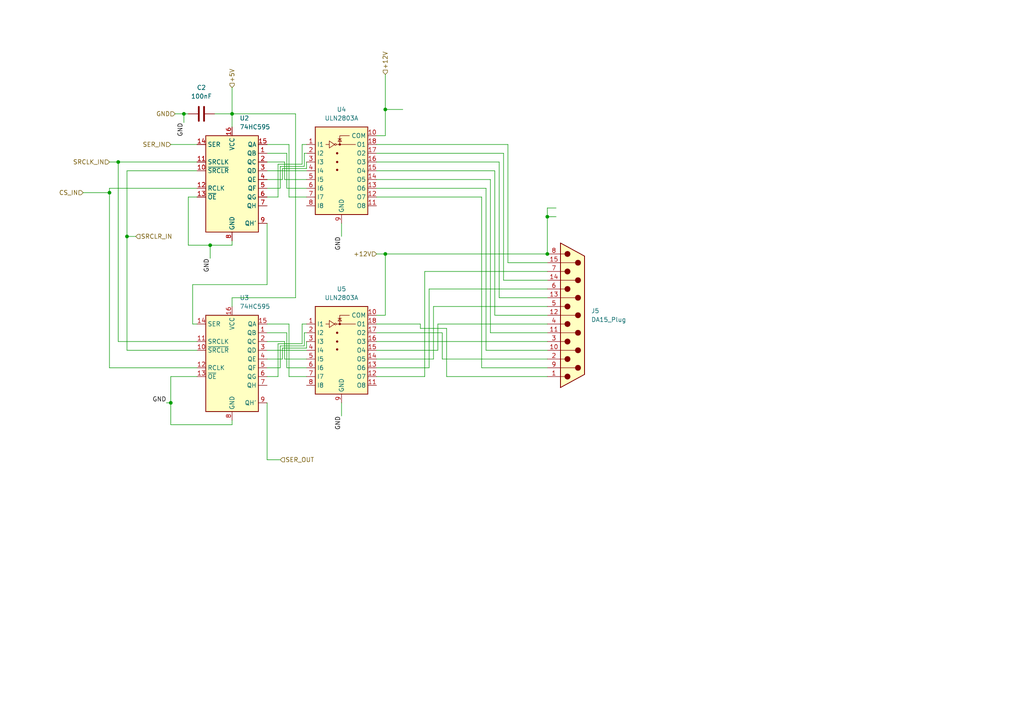
<source format=kicad_sch>
(kicad_sch (version 20230121) (generator eeschema)
  (paper "A4")
  (lib_symbols
    (symbol "74xx:74HC595"
      (property "Reference" "U" (at -7.62 13.97 0))
      (property "Value" "74HC595" (at -7.62 -16.51 0))
      (symbol "74HC595_1_0"
        (pin tri_state line (at 10.16 7.62 180) (length 2.54) (name "QB") (number "1"))
        (pin input line (at -10.16 2.54 0) (length 2.54) (name "~{SRCLR}") (number "10"))
        (pin input line (at -10.16 5.08 0) (length 2.54) (name "SRCLK") (number "11"))
        (pin input line (at -10.16 -2.54 0) (length 2.54) (name "RCLK") (number "12"))
        (pin input line (at -10.16 -5.08 0) (length 2.54) (name "~{OE}") (number "13"))
        (pin input line (at -10.16 10.16 0) (length 2.54) (name "SER") (number "14"))
        (pin tri_state line (at 10.16 10.16 180) (length 2.54) (name "QA") (number "15"))
        (pin power_in line (at 0 15.24 270) (length 2.54) (name "VCC") (number "16"))
        (pin tri_state line (at 10.16 5.08 180) (length 2.54) (name "QC") (number "2"))
        (pin tri_state line (at 10.16 2.54 180) (length 2.54) (name "QD") (number "3"))
        (pin tri_state line (at 10.16 0 180) (length 2.54) (name "QE") (number "4"))
        (pin tri_state line (at 10.16 -2.54 180) (length 2.54) (name "QF") (number "5"))
        (pin tri_state line (at 10.16 -5.08 180) (length 2.54) (name "QG") (number "6"))
        (pin tri_state line (at 10.16 -7.62 180) (length 2.54) (name "QH") (number "7"))
        (pin power_in line (at 0 -17.78 90) (length 2.54) (name "GND") (number "8"))
        (pin output line (at 10.16 -12.7 180) (length 2.54) (name "QH'") (number "9"))
      )
      (symbol "74HC595_1_1"
        (rectangle (start -7.62 12.7) (end 7.62 -15.24) (stroke (width 0.254)) (fill (type background)))
      )
    )
    (symbol "Connector:DA15_Plug" (pin_names (offset 1.016) hide)
      (property "Reference" "J" (at 0.508 21.59 0))
      (property "Value" "DA15_Plug" (at 0 -22.225 0))
      (symbol "DA15_Plug_0_1"
        (circle (center -1.778 -17.78) (radius 0.762) (fill (type outline)))
        (circle (center -1.778 -12.7) (radius 0.762) (fill (type outline)))
        (circle (center -1.778 -7.62) (radius 0.762) (fill (type outline)))
        (circle (center -1.778 -2.54) (radius 0.762) (fill (type outline)))
        (circle (center -1.778 2.54) (radius 0.762) (fill (type outline)))
        (circle (center -1.778 7.62) (radius 0.762) (fill (type outline)))
        (circle (center -1.778 12.7) (radius 0.762) (fill (type outline)))
        (circle (center -1.778 17.78) (radius 0.762) (fill (type outline)))
        (polyline (pts (xy -3.81 -17.78) (xy -2.54 -17.78)))
        (polyline (pts (xy -3.81 -15.24) (xy 0.508 -15.24)))
        (polyline (pts (xy -3.81 -12.7) (xy -2.54 -12.7)))
        (polyline (pts (xy -3.81 -10.16) (xy 0.508 -10.16)))
        (polyline (pts (xy -3.81 -7.62) (xy -2.54 -7.62)))
        (polyline (pts (xy -3.81 -5.08) (xy 0.508 -5.08)))
        (polyline (pts (xy -3.81 -2.54) (xy -2.54 -2.54)))
        (polyline (pts (xy -3.81 0) (xy 0.508 0)))
        (polyline (pts (xy -3.81 2.54) (xy -2.54 2.54)))
        (polyline (pts (xy -3.81 5.08) (xy 0.508 5.08)))
        (polyline (pts (xy -3.81 7.62) (xy -2.54 7.62)))
        (polyline (pts (xy -3.81 10.16) (xy 0.508 10.16)))
        (polyline (pts (xy -3.81 12.7) (xy -2.54 12.7)))
        (polyline (pts (xy -3.81 15.24) (xy 0.508 15.24)))
        (polyline (pts (xy -3.81 17.78) (xy -2.54 17.78)))
        (polyline (pts (xy -3.81 -20.955) (xy 3.175 -17.145) (xy 3.175 17.145) (xy -3.81 20.955) (xy -3.81 -20.955)) (stroke (width 0.254)) (fill (type background)))
        (circle (center 1.27 -15.24) (radius 0.762) (fill (type outline)))
        (circle (center 1.27 -10.16) (radius 0.762) (fill (type outline)))
        (circle (center 1.27 -5.08) (radius 0.762) (fill (type outline)))
        (circle (center 1.27 0) (radius 0.762) (fill (type outline)))
        (circle (center 1.27 5.08) (radius 0.762) (fill (type outline)))
        (circle (center 1.27 10.16) (radius 0.762) (fill (type outline)))
        (circle (center 1.27 15.24) (radius 0.762) (fill (type outline)))
      )
      (symbol "DA15_Plug_1_1"
        (pin passive line (at -7.62 -17.78 0) (length 3.81) (name "1") (number "1"))
        (pin passive line (at -7.62 -10.16 0) (length 3.81) (name "P10") (number "10"))
        (pin passive line (at -7.62 -5.08 0) (length 3.81) (name "P111") (number "11"))
        (pin passive line (at -7.62 0 0) (length 3.81) (name "P12") (number "12"))
        (pin passive line (at -7.62 5.08 0) (length 3.81) (name "P13") (number "13"))
        (pin passive line (at -7.62 10.16 0) (length 3.81) (name "P14") (number "14"))
        (pin passive line (at -7.62 15.24 0) (length 3.81) (name "P15") (number "15"))
        (pin passive line (at -7.62 -12.7 0) (length 3.81) (name "2") (number "2"))
        (pin passive line (at -7.62 -7.62 0) (length 3.81) (name "3") (number "3"))
        (pin passive line (at -7.62 -2.54 0) (length 3.81) (name "4") (number "4"))
        (pin passive line (at -7.62 2.54 0) (length 3.81) (name "5") (number "5"))
        (pin passive line (at -7.62 7.62 0) (length 3.81) (name "6") (number "6"))
        (pin passive line (at -7.62 12.7 0) (length 3.81) (name "7") (number "7"))
        (pin passive line (at -7.62 17.78 0) (length 3.81) (name "8") (number "8"))
        (pin passive line (at -7.62 -15.24 0) (length 3.81) (name "P9") (number "9"))
      )
    )
    (symbol "Device:C" (pin_numbers hide) (pin_names (offset 0.254))
      (property "Reference" "C" (at 0.635 2.54 0))
      (property "Value" "C" (at 0.635 -2.54 0))
      (symbol "C_0_1"
        (polyline (pts (xy -2.032 -0.762) (xy 2.032 -0.762)) (stroke (width 0.508)))
        (polyline (pts (xy -2.032 0.762) (xy 2.032 0.762)) (stroke (width 0.508)))
      )
      (symbol "C_1_1"
        (pin passive line (at 0 3.81 270) (length 2.794) (name "~") (number "1"))
        (pin passive line (at 0 -3.81 90) (length 2.794) (name "~") (number "2"))
      )
    )
    (symbol "Transistor_Array:ULN2803A"
      (property "Reference" "U" (at 0 13.335 0))
      (property "Value" "ULN2803A" (at 0 11.43 0))
      (symbol "ULN2803A_0_1"
        (rectangle (start -7.62 -15.24) (end 7.62 10.16) (stroke (width 0.254)) (fill (type background)))
        (circle (center -1.778 5.08) (radius 0.254))
        (circle (center -1.27 -2.286) (radius 0.254) (fill (type outline)))
        (circle (center -1.27 0) (radius 0.254) (fill (type outline)))
        (circle (center -1.27 2.54) (radius 0.254) (fill (type outline)))
        (circle (center -0.508 5.08) (radius 0.254) (fill (type outline)))
        (polyline (pts (xy -4.572 5.08) (xy -3.556 5.08)))
        (polyline (pts (xy -1.524 5.08) (xy 4.064 5.08)))
        (polyline (pts (xy 0 6.731) (xy -1.016 6.731)))
        (polyline (pts (xy -0.508 5.08) (xy -0.508 7.62) (xy 2.286 7.62)))
        (polyline (pts (xy -3.556 6.096) (xy -3.556 4.064) (xy -2.032 5.08) (xy -3.556 6.096)))
        (polyline (pts (xy 0 5.969) (xy -1.016 5.969) (xy -0.508 6.731) (xy 0 5.969)))
      )
      (symbol "ULN2803A_1_1"
        (pin input line (at -10.16 5.08 0) (length 2.54) (name "I1") (number "1"))
        (pin passive line (at 10.16 7.62 180) (length 2.54) (name "COM") (number "10"))
        (pin open_collector line (at 10.16 -12.7 180) (length 2.54) (name "O8") (number "11"))
        (pin open_collector line (at 10.16 -10.16 180) (length 2.54) (name "O7") (number "12"))
        (pin open_collector line (at 10.16 -7.62 180) (length 2.54) (name "O6") (number "13"))
        (pin open_collector line (at 10.16 -5.08 180) (length 2.54) (name "O5") (number "14"))
        (pin open_collector line (at 10.16 -2.54 180) (length 2.54) (name "O4") (number "15"))
        (pin open_collector line (at 10.16 0 180) (length 2.54) (name "O3") (number "16"))
        (pin open_collector line (at 10.16 2.54 180) (length 2.54) (name "O2") (number "17"))
        (pin open_collector line (at 10.16 5.08 180) (length 2.54) (name "O1") (number "18"))
        (pin input line (at -10.16 2.54 0) (length 2.54) (name "I2") (number "2"))
        (pin input line (at -10.16 0 0) (length 2.54) (name "I3") (number "3"))
        (pin input line (at -10.16 -2.54 0) (length 2.54) (name "I4") (number "4"))
        (pin input line (at -10.16 -5.08 0) (length 2.54) (name "I5") (number "5"))
        (pin input line (at -10.16 -7.62 0) (length 2.54) (name "I6") (number "6"))
        (pin input line (at -10.16 -10.16 0) (length 2.54) (name "I7") (number "7"))
        (pin input line (at -10.16 -12.7 0) (length 2.54) (name "I8") (number "8"))
        (pin power_in line (at 0 -17.78 90) (length 2.54) (name "GND") (number "9"))
      )
    )
  )
  (junction (at 36.83 68.58))
  (junction (at 49.53 116.84))
  (junction (at 67.31 33.02))
  (junction (at 34.29 46.99))
  (junction (at 53.34 33.02))
  (junction (at 111.76 73.66))
  (junction (at 158.75 73.66))
  (junction (at 111.76 31.75))
  (junction (at 60.96 71.12))
  (junction (at 158.75 62.865))
  (junction (at 31.75 55.88))
  (wire (pts (xy 83.82 93.98) (xy 83.82 109.22)))
  (wire (pts (xy 67.31 86.36) (xy 85.725 86.36)))
  (wire (pts (xy 53.34 33.02) (xy 54.61 33.02)))
  (wire (pts (xy 158.75 101.6) (xy 140.97 101.6)))
  (wire (pts (xy 146.05 44.45) (xy 146.05 81.28)))
  (wire (pts (xy 158.75 62.865) (xy 158.75 73.66)))
  (wire (pts (xy 125.73 104.14) (xy 109.22 104.14)))
  (wire (pts (xy 36.83 49.53) (xy 36.83 68.58)))
  (wire (pts (xy 67.31 69.85) (xy 67.31 71.12)))
  (wire (pts (xy 57.15 54.61) (xy 31.75 54.61)))
  (wire (pts (xy 140.97 54.61) (xy 140.97 101.6)))
  (wire (pts (xy 111.76 39.37) (xy 111.76 31.75)))
  (wire (pts (xy 77.47 101.6) (xy 88.9 101.6)))
  (wire (pts (xy 34.29 99.06) (xy 57.15 99.06)))
  (wire (pts (xy 127 93.98) (xy 158.75 93.98)))
  (wire (pts (xy 124.46 106.68) (xy 109.22 106.68)))
  (wire (pts (xy 111.76 21.59) (xy 111.76 31.75)))
  (wire (pts (xy 121.92 95.25) (xy 121.92 93.98)))
  (wire (pts (xy 144.78 46.99) (xy 144.78 86.36)))
  (wire (pts (xy 31.75 54.61) (xy 31.75 55.88)))
  (wire (pts (xy 77.47 54.61) (xy 81.28 54.61)))
  (wire (pts (xy 77.47 49.53) (xy 88.9 49.53)))
  (wire (pts (xy 158.75 109.22) (xy 129.54 109.22)))
  (wire (pts (xy 158.75 96.52) (xy 142.24 96.52)))
  (wire (pts (xy 158.75 81.28) (xy 146.05 81.28)))
  (wire (pts (xy 109.22 54.61) (xy 140.97 54.61)))
  (wire (pts (xy 109.22 49.53) (xy 143.51 49.53)))
  (wire (pts (xy 60.96 71.12) (xy 60.96 74.93)))
  (wire (pts (xy 128.27 96.52) (xy 128.27 104.14)))
  (wire (pts (xy 49.53 109.22) (xy 49.53 116.84)))
  (wire (pts (xy 77.47 46.99) (xy 82.55 46.99)))
  (wire (pts (xy 77.47 57.15) (xy 80.645 57.15)))
  (wire (pts (xy 83.185 96.52) (xy 83.185 106.68)))
  (wire (pts (xy 77.47 96.52) (xy 83.185 96.52)))
  (wire (pts (xy 77.47 52.07) (xy 81.915 52.07)))
  (wire (pts (xy 109.22 99.06) (xy 158.75 99.06)))
  (wire (pts (xy 81.28 106.68) (xy 81.28 100.33)))
  (wire (pts (xy 83.185 44.45) (xy 83.185 54.61)))
  (wire (pts (xy 49.53 123.19) (xy 67.31 123.19)))
  (wire (pts (xy 158.75 60.325) (xy 161.29 60.325)))
  (wire (pts (xy 82.55 46.99) (xy 82.55 52.07)))
  (wire (pts (xy 80.645 109.22) (xy 80.645 99.695)))
  (wire (pts (xy 81.915 52.07) (xy 81.915 48.895)))
  (wire (pts (xy 77.47 99.06) (xy 82.55 99.06)))
  (wire (pts (xy 124.46 83.82) (xy 158.75 83.82)))
  (wire (pts (xy 88.9 46.99) (xy 88.9 48.895)))
  (wire (pts (xy 87.63 99.695) (xy 87.63 93.98)))
  (wire (pts (xy 67.31 33.02) (xy 67.31 36.83)))
  (wire (pts (xy 77.47 109.22) (xy 80.645 109.22)))
  (wire (pts (xy 123.19 109.22) (xy 109.22 109.22)))
  (wire (pts (xy 125.73 88.9) (xy 158.75 88.9)))
  (wire (pts (xy 80.645 57.15) (xy 80.645 47.625)))
  (wire (pts (xy 111.76 73.66) (xy 158.75 73.66)))
  (wire (pts (xy 54.61 57.15) (xy 54.61 71.12)))
  (wire (pts (xy 111.76 73.66) (xy 111.76 91.44)))
  (wire (pts (xy 49.53 109.22) (xy 57.15 109.22)))
  (wire (pts (xy 109.22 52.07) (xy 142.24 52.07)))
  (wire (pts (xy 88.265 96.52) (xy 88.9 96.52)))
  (wire (pts (xy 109.22 96.52) (xy 128.27 96.52)))
  (wire (pts (xy 139.7 57.15) (xy 139.7 106.68)))
  (wire (pts (xy 67.31 25.4) (xy 67.31 33.02)))
  (wire (pts (xy 109.22 44.45) (xy 146.05 44.45)))
  (wire (pts (xy 77.47 133.35) (xy 81.28 133.35)))
  (wire (pts (xy 48.26 116.84) (xy 49.53 116.84)))
  (wire (pts (xy 77.47 44.45) (xy 83.185 44.45)))
  (wire (pts (xy 88.265 48.26) (xy 88.265 44.45)))
  (wire (pts (xy 55.88 82.55) (xy 55.88 93.98)))
  (wire (pts (xy 77.47 64.77) (xy 77.47 82.55)))
  (wire (pts (xy 67.31 123.19) (xy 67.31 121.92)))
  (wire (pts (xy 62.23 33.02) (xy 67.31 33.02)))
  (wire (pts (xy 123.19 78.74) (xy 158.75 78.74)))
  (wire (pts (xy 31.75 55.88) (xy 31.75 106.68)))
  (wire (pts (xy 121.92 95.25) (xy 129.54 95.25)))
  (wire (pts (xy 88.265 100.33) (xy 88.265 96.52)))
  (wire (pts (xy 83.185 106.68) (xy 88.9 106.68)))
  (wire (pts (xy 83.82 109.22) (xy 88.9 109.22)))
  (wire (pts (xy 54.61 71.12) (xy 60.96 71.12)))
  (wire (pts (xy 57.15 46.99) (xy 34.29 46.99)))
  (wire (pts (xy 36.83 68.58) (xy 36.83 101.6)))
  (wire (pts (xy 144.78 86.36) (xy 158.75 86.36)))
  (wire (pts (xy 77.47 41.91) (xy 83.82 41.91)))
  (wire (pts (xy 34.29 46.99) (xy 34.29 99.06)))
  (wire (pts (xy 50.8 33.02) (xy 53.34 33.02)))
  (wire (pts (xy 147.32 41.91) (xy 147.32 76.2)))
  (wire (pts (xy 53.34 33.02) (xy 53.34 35.56)))
  (wire (pts (xy 31.75 46.99) (xy 34.29 46.99)))
  (wire (pts (xy 81.915 48.895) (xy 88.9 48.895)))
  (wire (pts (xy 143.51 91.44) (xy 143.51 49.53)))
  (wire (pts (xy 129.54 109.22) (xy 129.54 95.25)))
  (wire (pts (xy 109.22 101.6) (xy 127 101.6)))
  (wire (pts (xy 127 101.6) (xy 127 93.98)))
  (wire (pts (xy 128.27 104.14) (xy 158.75 104.14)))
  (wire (pts (xy 83.185 54.61) (xy 88.9 54.61)))
  (wire (pts (xy 121.92 93.98) (xy 109.22 93.98)))
  (wire (pts (xy 87.63 47.625) (xy 87.63 41.91)))
  (wire (pts (xy 109.22 39.37) (xy 111.76 39.37)))
  (wire (pts (xy 80.645 47.625) (xy 87.63 47.625)))
  (wire (pts (xy 88.9 99.06) (xy 88.9 100.965)))
  (wire (pts (xy 111.76 31.75) (xy 116.84 31.75)))
  (wire (pts (xy 139.7 106.68) (xy 158.75 106.68)))
  (wire (pts (xy 88.265 44.45) (xy 88.9 44.45)))
  (wire (pts (xy 109.22 57.15) (xy 139.7 57.15)))
  (wire (pts (xy 87.63 93.98) (xy 88.9 93.98)))
  (wire (pts (xy 81.915 100.965) (xy 88.9 100.965)))
  (wire (pts (xy 54.61 57.15) (xy 57.15 57.15)))
  (wire (pts (xy 99.06 64.77) (xy 99.06 68.58)))
  (wire (pts (xy 123.19 78.74) (xy 123.19 109.22)))
  (wire (pts (xy 36.83 101.6) (xy 57.15 101.6)))
  (wire (pts (xy 31.75 106.68) (xy 57.15 106.68)))
  (wire (pts (xy 77.47 106.68) (xy 81.28 106.68)))
  (wire (pts (xy 109.22 73.66) (xy 111.76 73.66)))
  (wire (pts (xy 109.22 41.91) (xy 147.32 41.91)))
  (wire (pts (xy 77.47 116.84) (xy 77.47 133.35)))
  (wire (pts (xy 82.55 52.07) (xy 88.9 52.07)))
  (wire (pts (xy 81.915 104.14) (xy 81.915 100.965)))
  (wire (pts (xy 124.46 83.82) (xy 124.46 106.68)))
  (wire (pts (xy 77.47 104.14) (xy 81.915 104.14)))
  (wire (pts (xy 82.55 99.06) (xy 82.55 104.14)))
  (wire (pts (xy 80.645 99.695) (xy 87.63 99.695)))
  (wire (pts (xy 57.15 49.53) (xy 36.83 49.53)))
  (wire (pts (xy 81.28 100.33) (xy 88.265 100.33)))
  (wire (pts (xy 60.96 71.12) (xy 67.31 71.12)))
  (wire (pts (xy 109.22 91.44) (xy 111.76 91.44)))
  (wire (pts (xy 158.75 91.44) (xy 143.51 91.44)))
  (wire (pts (xy 158.75 62.865) (xy 161.29 62.865)))
  (wire (pts (xy 49.53 116.84) (xy 49.53 123.19)))
  (wire (pts (xy 67.31 33.02) (xy 85.725 33.02)))
  (wire (pts (xy 24.13 55.88) (xy 31.75 55.88)))
  (wire (pts (xy 82.55 104.14) (xy 88.9 104.14)))
  (wire (pts (xy 83.82 41.91) (xy 83.82 57.15)))
  (wire (pts (xy 77.47 93.98) (xy 83.82 93.98)))
  (wire (pts (xy 77.47 82.55) (xy 55.88 82.55)))
  (wire (pts (xy 87.63 41.91) (xy 88.9 41.91)))
  (wire (pts (xy 99.06 116.84) (xy 99.06 120.65)))
  (wire (pts (xy 158.75 76.2) (xy 147.32 76.2)))
  (wire (pts (xy 158.75 62.865) (xy 158.75 60.325)))
  (wire (pts (xy 83.82 57.15) (xy 88.9 57.15)))
  (wire (pts (xy 144.78 46.99) (xy 109.22 46.99)))
  (wire (pts (xy 125.73 88.9) (xy 125.73 104.14)))
  (wire (pts (xy 81.28 48.26) (xy 88.265 48.26)))
  (wire (pts (xy 49.53 41.91) (xy 57.15 41.91)))
  (wire (pts (xy 67.31 88.9) (xy 67.31 86.36)))
  (wire (pts (xy 55.88 93.98) (xy 57.15 93.98)))
  (wire (pts (xy 36.83 68.58) (xy 39.37 68.58)))
  (wire (pts (xy 85.725 86.36) (xy 85.725 33.02)))
  (wire (pts (xy 81.28 54.61) (xy 81.28 48.26)))
  (wire (pts (xy 142.24 52.07) (xy 142.24 96.52)))
  (label "GND" (at 48.26 116.84 180))
  (label "GND" (at 99.06 120.65 270))
  (label "GND" (at 60.96 74.93 270))
  (label "GND" (at 53.34 35.56 270))
  (label "GND" (at 99.06 68.58 270))
  (hierarchical_label "CS_IN" (shape input) (at 24.13 55.88 180))
  (hierarchical_label "SRCLK_IN" (shape input) (at 31.75 46.99 180))
  (hierarchical_label "SRCLR_IN" (shape input) (at 39.37 68.58 0))
  (hierarchical_label "GND" (shape input) (at 50.8 33.02 180))
  (hierarchical_label "+5V" (shape input) (at 67.31 25.4 90))
  (hierarchical_label "+12V" (shape input) (at 109.22 73.66 180))
  (hierarchical_label "+12V" (shape input) (at 111.76 21.59 90))
  (hierarchical_label "SER_IN" (shape input) (at 49.53 41.91 180))
  (hierarchical_label "SER_OUT" (shape input) (at 81.28 133.35 0))
  (symbol (lib_id "74xx:74HC595") (at 67.31 104.14 0) (unit 1)
    (property "Reference" "U3" (at 69.5041 86.36 0) (effects (justify left)))
    (property "Value" "74HC595" (at 69.5041 88.9 0) (effects (justify left)))
    (property "Footprint" "Polpoboard_footprints:74HC595N" (effects hide))
    (property "Datasheet" "http://www.ti.com/lit/ds/symlink/sn74hc595.pdf" (effects hide))
    (instances (project "Polpoboard_PCB" (path "" (reference "U3") (unit 1)) (path "" (reference "U7") (unit 1)) (path "" (reference "U11") (unit 1)) (path "" (reference "U15") (unit 1))))
  )
  (symbol (lib_id "Transistor_Array:ULN2803A") (at 99.06 46.99 0) (unit 1)
    (property "Reference" "U4" (at 99.06 31.75 0))
    (property "Value" "ULN2803A" (at 99.06 34.29 0))
    (property "Footprint" "Polpoboard_footprints:ULN2803A" (effects hide))
    (property "Datasheet" "http://www.ti.com/lit/ds/symlink/uln2803a.pdf" (effects hide))
    (instances (project "Polpoboard_PCB" (path "" (reference "U4") (unit 1)) (path "" (reference "U8") (unit 1)) (path "" (reference "U12") (unit 1)) (path "" (reference "U16") (unit 1))))
  )
  (symbol (lib_id "74xx:74HC595") (at 67.31 52.07 0) (unit 1)
    (property "Reference" "U2" (at 69.5041 34.29 0) (effects (justify left)))
    (property "Value" "74HC595" (at 69.5041 36.83 0) (effects (justify left)))
    (property "Footprint" "Polpoboard_footprints:74HC595N" (effects hide))
    (property "Datasheet" "http://www.ti.com/lit/ds/symlink/sn74hc595.pdf" (effects hide))
    (instances (project "Polpoboard_PCB" (path "" (reference "U2") (unit 1)) (path "" (reference "U6") (unit 1)) (path "" (reference "U10") (unit 1)) (path "" (reference "U14") (unit 1))))
  )
  (symbol (lib_id "Connector:DA15_Plug") (at 166.37 91.44 0) (unit 1)
    (property "Reference" "J5" (at 171.45 90.17 0) (effects (justify left)))
    (property "Value" "DA15_Plug" (at 171.45 92.71 0) (effects (justify left)))
    (property "Footprint" "Polpoboard_footprints:DSUB-15" (effects hide))
    (property "Datasheet" " ~" (effects hide))
    (instances (project "Polpoboard_PCB" (path "" (reference "J5") (unit 1)) (path "" (reference "J7") (unit 1)) (path "" (reference "J9") (unit 1)) (path "" (reference "J11") (unit 1))))
  )
  (symbol (lib_id "Device:C") (at 58.42 33.02 90) (unit 1)
    (property "Reference" "C2" (at 58.42 25.4 90))
    (property "Value" "100nF" (at 58.42 27.94 90))
    (property "Footprint" "Capacitor_THT:C_Disc_D4.7mm_W2.5mm_P5.00mm" (effects hide))
    (instances (project "Polpoboard_PCB" (path "" (reference "C2") (unit 1)) (path "" (reference "C3") (unit 1)) (path "" (reference "C4") (unit 1)) (path "" (reference "C5") (unit 1))))
  )
  (symbol (lib_id "Transistor_Array:ULN2803A") (at 99.06 99.06 0) (unit 1)
    (property "Reference" "U5" (at 99.06 83.82 0))
    (property "Value" "ULN2803A" (at 99.06 86.36 0))
    (property "Footprint" "Polpoboard_footprints:ULN2803A" (effects hide))
    (property "Datasheet" "http://www.ti.com/lit/ds/symlink/uln2803a.pdf" (effects hide))
    (instances (project "Polpoboard_PCB" (path "" (reference "U5") (unit 1)) (path "" (reference "U9") (unit 1)) (path "" (reference "U13") (unit 1)) (path "" (reference "U17") (unit 1))))
  )
)
</source>
